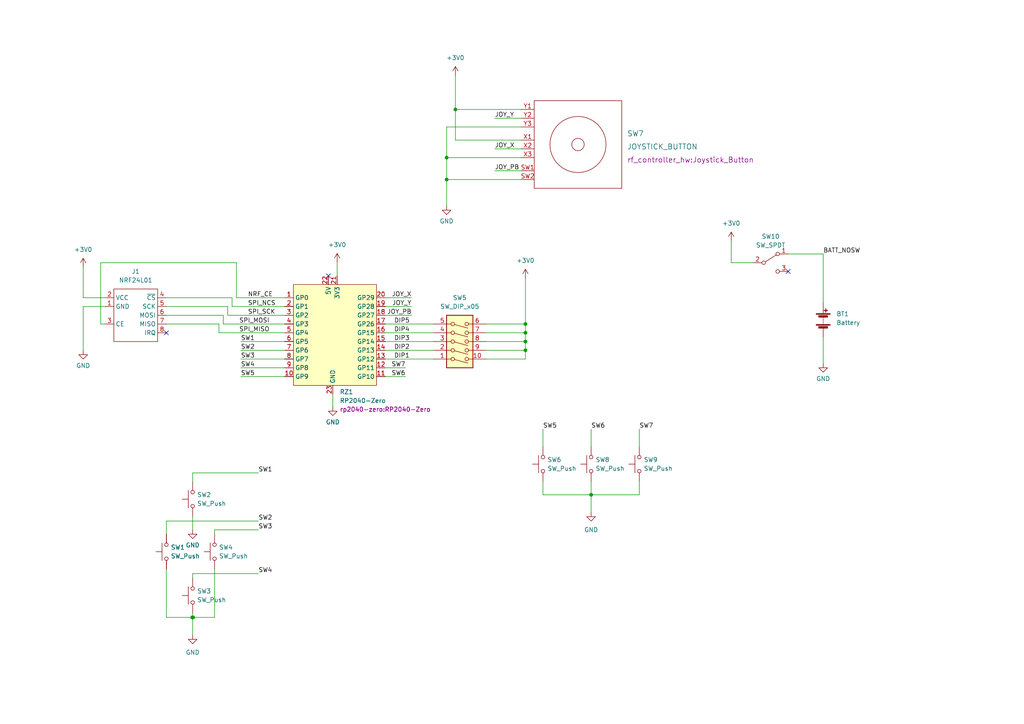
<source format=kicad_sch>
(kicad_sch (version 20211123) (generator eeschema)
  (paper "A4")
  (lib_symbols
    (symbol "Device:Battery" (pin_numbers hide) (pin_names (offset 0) hide)
      (property "Reference" "BT" (at 2.54 2.54 0))
      (property "Value" "Battery" (at 2.54 0 0))
      (symbol "Battery_0_1"
        (rectangle (start -2.032 -1.397) (end 2.032 -1.651) (fill (type outline)))
        (rectangle (start -2.032 1.778) (end 2.032 1.524) (fill (type outline)))
        (rectangle (start -1.3208 -1.9812) (end 1.27 -2.4892) (fill (type outline)))
        (rectangle (start -1.3208 1.1938) (end 1.27 0.6858) (fill (type outline)))
        (polyline (pts (xy 0 -1.524) (xy 0 -1.27)))
        (polyline (pts (xy 0 -1.016) (xy 0 -0.762)))
        (polyline (pts (xy 0 -0.508) (xy 0 -0.254)))
        (polyline (pts (xy 0 0) (xy 0 0.254)))
        (polyline (pts (xy 0 0.508) (xy 0 0.762)))
        (polyline (pts (xy 0 1.778) (xy 0 2.54)))
        (polyline (pts (xy 0.254 2.667) (xy 1.27 2.667)) (stroke (width 0.254)))
        (polyline (pts (xy 0.762 3.175) (xy 0.762 2.159)) (stroke (width 0.254)))
      )
      (symbol "Battery_1_1"
        (pin passive line (at 0 5.08 270) (length 2.54) (name "+") (number "1"))
        (pin passive line (at 0 -5.08 90) (length 2.54) (name "-") (number "2"))
      )
    )
    (symbol "Switch:SW_DIP_x05" (pin_names (offset 0) hide)
      (property "Reference" "SW" (at 0 8.89 0))
      (property "Value" "SW_DIP_x05" (at 0 -8.89 0))
      (symbol "SW_DIP_x05_0_0"
        (circle (center -2.032 -5.08) (radius 0.508))
        (circle (center -2.032 -2.54) (radius 0.508))
        (circle (center -2.032 0) (radius 0.508))
        (circle (center -2.032 2.54) (radius 0.508))
        (circle (center -2.032 5.08) (radius 0.508))
        (polyline (pts (xy -1.524 -4.9276) (xy 2.3622 -3.8862)))
        (polyline (pts (xy -1.524 -2.3876) (xy 2.3622 -1.3462)))
        (polyline (pts (xy -1.524 0.127) (xy 2.3622 1.1684)))
        (polyline (pts (xy -1.524 2.667) (xy 2.3622 3.7084)))
        (polyline (pts (xy -1.524 5.207) (xy 2.3622 6.2484)))
        (circle (center 2.032 -5.08) (radius 0.508))
        (circle (center 2.032 -2.54) (radius 0.508))
        (circle (center 2.032 0) (radius 0.508))
        (circle (center 2.032 2.54) (radius 0.508))
        (circle (center 2.032 5.08) (radius 0.508))
      )
      (symbol "SW_DIP_x05_0_1"
        (rectangle (start -3.81 7.62) (end 3.81 -7.62) (stroke (width 0.254)) (fill (type background)))
      )
      (symbol "SW_DIP_x05_1_1"
        (pin passive line (at -7.62 5.08 0) (length 5.08) (name "~") (number "1"))
        (pin passive line (at 7.62 5.08 180) (length 5.08) (name "~") (number "10"))
        (pin passive line (at -7.62 2.54 0) (length 5.08) (name "~") (number "2"))
        (pin passive line (at -7.62 0 0) (length 5.08) (name "~") (number "3"))
        (pin passive line (at -7.62 -2.54 0) (length 5.08) (name "~") (number "4"))
        (pin passive line (at -7.62 -5.08 0) (length 5.08) (name "~") (number "5"))
        (pin passive line (at 7.62 -5.08 180) (length 5.08) (name "~") (number "6"))
        (pin passive line (at 7.62 -2.54 180) (length 5.08) (name "~") (number "7"))
        (pin passive line (at 7.62 0 180) (length 5.08) (name "~") (number "8"))
        (pin passive line (at 7.62 2.54 180) (length 5.08) (name "~") (number "9"))
      )
    )
    (symbol "Switch:SW_Push" (pin_numbers hide) (pin_names (offset 1.016) hide)
      (property "Reference" "SW" (at 1.27 2.54 0))
      (property "Value" "SW_Push" (at 0 -1.524 0))
      (symbol "SW_Push_0_1"
        (circle (center -2.032 0) (radius 0.508))
        (polyline (pts (xy 0 1.27) (xy 0 3.048)))
        (polyline (pts (xy 2.54 1.27) (xy -2.54 1.27)))
        (circle (center 2.032 0) (radius 0.508))
        (pin passive line (at -5.08 0 0) (length 2.54) (name "1") (number "1"))
        (pin passive line (at 5.08 0 180) (length 2.54) (name "2") (number "2"))
      )
    )
    (symbol "Switch:SW_SPDT" (pin_names (offset 0) hide)
      (property "Reference" "SW" (at 0 4.318 0))
      (property "Value" "SW_SPDT" (at 0 -5.08 0))
      (symbol "SW_SPDT_0_0"
        (circle (center -2.032 0) (radius 0.508))
        (circle (center 2.032 -2.54) (radius 0.508))
      )
      (symbol "SW_SPDT_0_1"
        (polyline (pts (xy -1.524 0.254) (xy 1.651 2.286)))
        (circle (center 2.032 2.54) (radius 0.508))
      )
      (symbol "SW_SPDT_1_1"
        (pin passive line (at 5.08 2.54 180) (length 2.54) (name "A") (number "1"))
        (pin passive line (at -5.08 0 0) (length 2.54) (name "B") (number "2"))
        (pin passive line (at 5.08 -2.54 180) (length 2.54) (name "C") (number "3"))
      )
    )
    (symbol "power:+3V0" (power) (pin_names (offset 0))
      (property "Value" "+3V0" (at 0 3.556 0))
      (symbol "+3V0_0_1"
        (polyline (pts (xy -0.762 1.27) (xy 0 2.54)))
        (polyline (pts (xy 0 0) (xy 0 2.54)))
        (polyline (pts (xy 0 2.54) (xy 0.762 1.27)))
      )
      (symbol "+3V0_1_1"
        (pin power_in line (at 0 0 90) (length 0) hide (name "+3V0") (number "1"))
      )
    )
    (symbol "power:GND" (power) (pin_names (offset 0))
      (property "Value" "GND" (at 0 -3.81 0))
      (symbol "GND_0_1"
        (polyline (pts (xy 0 0) (xy 0 -1.27) (xy 1.27 -1.27) (xy 0 -2.54) (xy -1.27 -1.27) (xy 0 -1.27)))
      )
      (symbol "GND_1_1"
        (pin power_in line (at 0 0 270) (length 0) hide (name "GND") (number "1"))
      )
    )
    (symbol "rf_controller_hw:JOYSTICK_BUTTON" (pin_names (offset 1.016))
      (property "Reference" "U" (at -10.16 13.97 0))
      (property "Value" "JOYSTICK_BUTTON" (at 0 -11.43 0))
      (symbol "JOYSTICK_BUTTON_0_1"
        (rectangle (start -12.7 12.7) (end 12.7 -12.7))
        (circle (center 0 0) (radius 1.8034))
        (circle (center 0 0) (radius 8.128))
      )
      (symbol "JOYSTICK_BUTTON_1_1"
        (pin passive line (at -16.51 -7.62 0) (length 3.81) (name "~") (number "SW1"))
        (pin passive line (at -16.51 -10.16 0) (length 3.81) (name "~") (number "SW2"))
        (pin passive line (at -16.51 1.27 0) (length 3.81) (name "~") (number "X1"))
        (pin passive line (at -16.51 -1.27 0) (length 3.81) (name "~") (number "X2"))
        (pin passive line (at -16.51 -3.81 0) (length 3.81) (name "~") (number "X3"))
        (pin passive line (at -16.51 10.16 0) (length 3.81) (name "~") (number "Y1"))
        (pin passive line (at -16.51 7.62 0) (length 3.81) (name "~") (number "Y2"))
        (pin passive line (at -16.51 5.08 0) (length 3.81) (name "~") (number "Y3"))
      )
    )
    (symbol "rf_controller_hw:NRF24L01"
      (property "Reference" "J" (at 0 -7.62 0))
      (property "Value" "NRF24L01" (at 0 10.16 0))
      (symbol "NRF24L01_0_1"
        (rectangle (start -6.35 8.89) (end 6.35 -6.35))
      )
      (symbol "NRF24L01_1_1"
        (pin power_in line (at -8.89 3.81 0) (length 2.54) (name "GND") (number "1"))
        (pin power_in line (at -8.89 6.35 0) (length 2.54) (name "VCC") (number "2"))
        (pin input line (at -8.89 -1.27 0) (length 2.54) (name "CE") (number "3"))
        (pin input line (at 8.89 6.35 180) (length 2.54) (name "~{CS}") (number "4"))
        (pin input line (at 8.89 3.81 180) (length 2.54) (name "SCK") (number "5"))
        (pin input line (at 8.89 1.27 180) (length 2.54) (name "MOSI") (number "6"))
        (pin output line (at 8.89 -1.27 180) (length 2.54) (name "MISO") (number "7"))
        (pin output line (at 8.89 -3.81 180) (length 2.54) (name "IRQ") (number "8"))
      )
    )
    (symbol "rp2040-zero:RP2040-Zero"
      (property "Reference" "RZ" (at 0 0 0))
      (property "Value" "RP2040-Zero" (at 0 -2.54 0))
      (property "Footprint" "RP2040-Zero:RP2040-Zero" (at 0 0 0))
      (symbol "RP2040-Zero_0_1"
        (rectangle (start -11.43 -15.24) (end 12.7 13.97) (fill (type background)))
      )
      (symbol "RP2040-Zero_1_1"
        (pin bidirectional line (at -13.97 10.16 0) (length 2.54) (name "GP0") (number "1"))
        (pin bidirectional line (at -13.97 -12.7 0) (length 2.54) (name "GP9") (number "10"))
        (pin bidirectional line (at 15.24 -12.7 180) (length 2.54) (name "GP10") (number "11"))
        (pin bidirectional line (at 15.24 -10.16 180) (length 2.54) (name "GP11") (number "12"))
        (pin bidirectional line (at 15.24 -7.62 180) (length 2.54) (name "GP12") (number "13"))
        (pin bidirectional line (at 15.24 -5.08 180) (length 2.54) (name "GP13") (number "14"))
        (pin bidirectional line (at 15.24 -2.54 180) (length 2.54) (name "GP14") (number "15"))
        (pin bidirectional line (at 15.24 0 180) (length 2.54) (name "GP15") (number "16"))
        (pin bidirectional line (at 15.24 2.54 180) (length 2.54) (name "GP26") (number "17"))
        (pin bidirectional line (at 15.24 5.08 180) (length 2.54) (name "GP27") (number "18"))
        (pin bidirectional line (at 15.24 7.62 180) (length 2.54) (name "GP28") (number "19"))
        (pin bidirectional line (at -13.97 7.62 0) (length 2.54) (name "GP1") (number "2"))
        (pin bidirectional line (at 15.24 10.16 180) (length 2.54) (name "GP29") (number "20"))
        (pin power_in line (at 1.27 16.51 270) (length 2.54) (name "3V3") (number "21"))
        (pin power_in line (at -1.27 16.51 270) (length 2.54) (name "5V") (number "22"))
        (pin power_in line (at 0 -17.78 90) (length 2.54) (name "GND") (number "23"))
        (pin bidirectional line (at -13.97 5.08 0) (length 2.54) (name "GP2") (number "3"))
        (pin bidirectional line (at -13.97 2.54 0) (length 2.54) (name "GP3") (number "4"))
        (pin bidirectional line (at -13.97 0 0) (length 2.54) (name "GP4") (number "5"))
        (pin bidirectional line (at -13.97 -2.54 0) (length 2.54) (name "GP5") (number "6"))
        (pin bidirectional line (at -13.97 -5.08 0) (length 2.54) (name "GP6") (number "7"))
        (pin bidirectional line (at -13.97 -7.62 0) (length 2.54) (name "GP7") (number "8"))
        (pin bidirectional line (at -13.97 -10.16 0) (length 2.54) (name "GP8") (number "9"))
      )
    )
  )
  (junction (at 55.753 179.07))
  (junction (at 56.007 179.07))
  (junction (at 171.45 143.51))
  (junction (at 129.54 52.07))
  (junction (at 152.4 96.52))
  (junction (at 152.4 99.06))
  (junction (at 55.88 179.07))
  (junction (at 132.08 31.75))
  (junction (at 129.54 45.72))
  (junction (at 152.4 101.6))
  (junction (at 152.4 93.98))
  (no_connect (at 48.26 96.52))
  (no_connect (at 228.6 78.74))
  (no_connect (at 95.25 80.01))
  (wire (pts (xy 143.51 34.29) (xy 151.13 34.29)))
  (wire (pts (xy 171.45 143.51) (xy 185.42 143.51)))
  (wire (pts (xy 129.54 45.72) (xy 151.13 45.72)))
  (wire (pts (xy 129.54 52.07) (xy 151.13 52.07)))
  (wire (pts (xy 143.51 43.18) (xy 151.13 43.18)))
  (wire (pts (xy 152.4 93.98) (xy 152.4 96.52)))
  (wire (pts (xy 132.08 31.75) (xy 132.08 40.64)))
  (wire (pts (xy 64.77 91.44) (xy 64.77 93.98)))
  (wire (pts (xy 48.26 91.44) (xy 64.77 91.44)))
  (wire (pts (xy 55.88 179.07) (xy 55.88 184.15)))
  (wire (pts (xy 171.45 139.7) (xy 171.45 143.51)))
  (wire (pts (xy 55.88 139.7) (xy 55.88 137.16)))
  (wire (pts (xy 62.23 179.07) (xy 62.23 165.1)))
  (wire (pts (xy 111.76 99.06) (xy 125.73 99.06)))
  (wire (pts (xy 152.4 99.06) (xy 152.4 101.6)))
  (wire (pts (xy 69.85 109.22) (xy 82.55 109.22)))
  (wire (pts (xy 55.88 149.86) (xy 55.88 153.67)))
  (wire (pts (xy 66.04 91.44) (xy 66.04 88.9)))
  (wire (pts (xy 111.76 88.9) (xy 119.38 88.9)))
  (wire (pts (xy 151.13 40.64) (xy 132.08 40.64)))
  (wire (pts (xy 111.76 101.6) (xy 125.73 101.6)))
  (wire (pts (xy 228.6 73.66) (xy 238.76 73.66)))
  (wire (pts (xy 185.42 124.46) (xy 185.42 129.54)))
  (wire (pts (xy 140.97 101.6) (xy 152.4 101.6)))
  (wire (pts (xy 63.5 96.52) (xy 82.55 96.52)))
  (wire (pts (xy 55.88 177.8) (xy 55.88 179.07)))
  (wire (pts (xy 24.13 88.9) (xy 30.48 88.9)))
  (wire (pts (xy 64.77 93.98) (xy 82.55 93.98)))
  (wire (pts (xy 238.76 97.79) (xy 238.76 105.41)))
  (wire (pts (xy 69.85 106.68) (xy 82.55 106.68)))
  (wire (pts (xy 152.4 96.52) (xy 152.4 99.06)))
  (wire (pts (xy 55.88 179.07) (xy 55.753 179.07)))
  (wire (pts (xy 111.76 93.98) (xy 125.73 93.98)))
  (wire (pts (xy 24.13 77.47) (xy 24.13 86.36)))
  (wire (pts (xy 111.76 91.44) (xy 119.38 91.44)))
  (wire (pts (xy 67.31 86.36) (xy 67.31 88.9)))
  (wire (pts (xy 140.97 93.98) (xy 152.4 93.98)))
  (wire (pts (xy 185.42 143.51) (xy 185.42 139.7)))
  (wire (pts (xy 69.85 101.6) (xy 82.55 101.6)))
  (wire (pts (xy 96.52 114.3) (xy 96.52 117.983)))
  (wire (pts (xy 171.45 148.59) (xy 171.45 143.51)))
  (wire (pts (xy 48.26 179.07) (xy 48.26 165.1)))
  (wire (pts (xy 56.007 179.07) (xy 55.88 179.07)))
  (wire (pts (xy 212.09 69.85) (xy 212.09 76.2)))
  (wire (pts (xy 129.54 36.83) (xy 151.13 36.83)))
  (wire (pts (xy 111.76 86.36) (xy 119.38 86.36)))
  (wire (pts (xy 157.48 124.46) (xy 157.48 129.54)))
  (wire (pts (xy 129.54 45.72) (xy 129.54 36.83)))
  (wire (pts (xy 111.76 104.14) (xy 125.73 104.14)))
  (wire (pts (xy 129.54 45.72) (xy 129.54 52.07)))
  (wire (pts (xy 48.26 86.36) (xy 67.31 86.36)))
  (wire (pts (xy 55.753 179.07) (xy 48.26 179.07)))
  (wire (pts (xy 212.09 76.2) (xy 218.44 76.2)))
  (wire (pts (xy 48.26 151.13) (xy 74.93 151.13)))
  (wire (pts (xy 171.45 143.51) (xy 157.48 143.51)))
  (wire (pts (xy 68.58 76.2) (xy 68.58 86.36)))
  (wire (pts (xy 111.76 96.52) (xy 125.73 96.52)))
  (wire (pts (xy 55.88 166.37) (xy 74.93 166.37)))
  (wire (pts (xy 69.85 99.06) (xy 82.55 99.06)))
  (wire (pts (xy 111.76 109.22) (xy 117.602 109.22)))
  (wire (pts (xy 157.48 143.51) (xy 157.48 139.7)))
  (wire (pts (xy 143.51 49.53) (xy 151.13 49.53)))
  (wire (pts (xy 69.85 104.14) (xy 82.55 104.14)))
  (wire (pts (xy 140.97 99.06) (xy 152.4 99.06)))
  (wire (pts (xy 111.76 106.68) (xy 117.602 106.68)))
  (wire (pts (xy 30.48 93.98) (xy 29.21 93.98)))
  (wire (pts (xy 48.26 93.98) (xy 63.5 93.98)))
  (wire (pts (xy 24.13 86.36) (xy 30.48 86.36)))
  (wire (pts (xy 62.23 154.94) (xy 62.23 153.67)))
  (wire (pts (xy 152.4 101.6) (xy 152.4 104.14)))
  (wire (pts (xy 24.13 88.9) (xy 24.13 101.6)))
  (wire (pts (xy 152.4 80.645) (xy 152.4 93.98)))
  (wire (pts (xy 132.08 21.844) (xy 132.08 31.75)))
  (wire (pts (xy 48.26 88.9) (xy 66.04 88.9)))
  (wire (pts (xy 55.88 167.64) (xy 55.88 166.37)))
  (wire (pts (xy 238.76 73.66) (xy 238.76 87.63)))
  (wire (pts (xy 82.55 91.44) (xy 66.04 91.44)))
  (wire (pts (xy 29.21 76.2) (xy 29.21 93.98)))
  (wire (pts (xy 140.97 104.14) (xy 152.4 104.14)))
  (wire (pts (xy 129.54 52.07) (xy 129.54 59.69)))
  (wire (pts (xy 63.5 93.98) (xy 63.5 96.52)))
  (wire (pts (xy 48.26 154.94) (xy 48.26 151.13)))
  (wire (pts (xy 132.08 31.75) (xy 151.13 31.75)))
  (wire (pts (xy 140.97 96.52) (xy 152.4 96.52)))
  (wire (pts (xy 171.45 124.46) (xy 171.45 129.54)))
  (wire (pts (xy 97.79 76.073) (xy 97.79 80.01)))
  (wire (pts (xy 68.58 86.36) (xy 82.55 86.36)))
  (wire (pts (xy 29.21 76.2) (xy 68.58 76.2)))
  (wire (pts (xy 62.23 153.67) (xy 74.93 153.67)))
  (wire (pts (xy 67.31 88.9) (xy 82.55 88.9)))
  (wire (pts (xy 55.88 137.16) (xy 74.93 137.16)))
  (wire (pts (xy 56.007 179.07) (xy 62.23 179.07)))
  (label "JOY_Y" (at 143.51 34.29 0))
  (label "JOY_X" (at 143.51 43.18 0))
  (label "SW6" (at 117.602 109.22 180))
  (label "SPI_SCK" (at 71.882 91.44 0))
  (label "DIP1" (at 114.3 104.14 0))
  (label "BATT_NOSW" (at 238.76 73.66 0))
  (label "JOY_PB" (at 143.51 49.53 0))
  (label "SW7" (at 117.602 106.68 180))
  (label "JOY_Y" (at 119.38 88.9 180))
  (label "DIP2" (at 114.3 101.6 0))
  (label "SW3" (at 74.93 153.67 0))
  (label "SW5" (at 69.85 109.22 0))
  (label "DIP3" (at 114.3 99.06 0))
  (label "SW7" (at 185.42 124.46 0))
  (label "SW6" (at 171.45 124.46 0))
  (label "SW4" (at 74.93 166.37 0))
  (label "SW1" (at 74.93 137.16 0))
  (label "SW4" (at 69.85 106.68 0))
  (label "SPI_MOSI" (at 69.342 93.98 0))
  (label "NRF_CE" (at 71.882 86.36 0))
  (label "SW2" (at 74.93 151.13 0))
  (label "SW5" (at 157.48 124.46 0))
  (label "SW1" (at 69.85 99.06 0))
  (label "SPI_MISO" (at 69.342 96.52 0))
  (label "JOY_PB" (at 119.38 91.44 180))
  (label "DIP4" (at 114.3 96.52 0))
  (label "SW3" (at 69.85 104.14 0))
  (label "SPI_NCS" (at 71.882 88.9 0))
  (label "SW2" (at 69.85 101.6 0))
  (label "JOY_X" (at 119.38 86.36 180))
  (label "DIP5" (at 114.3 93.98 0))
  (symbol (lib_id "power:GND") (at 24.13 101.6 0) (unit 1)
    (property "Reference" "#PWR02" (effects hide))
    (property "Value" "GND" (at 24.13 106.045 0))
  )
  (symbol (lib_id "Switch:SW_Push") (at 157.48 134.62 90) (unit 1)
    (property "Reference" "SW6" (at 158.75 133.3499 90) (effects (justify right)))
    (property "Value" "SW_Push" (at 158.75 135.8899 90) (effects (justify right)))
    (property "Footprint" "Button_Switch_THT:SW_PUSH_6mm_H5mm" (effects hide))
  )
  (symbol (lib_id "Device:Battery") (at 238.76 92.71 0) (unit 1)
    (property "Reference" "BT1" (at 242.57 91.0589 0) (effects (justify left)))
    (property "Value" "Battery" (at 242.57 93.5989 0) (effects (justify left)))
    (property "Footprint" "rf_controller_hw:2AA_BATTERY" (effects hide))
  )
  (symbol (lib_id "Switch:SW_Push") (at 55.88 172.72 90) (unit 1)
    (property "Reference" "SW3" (at 57.15 171.4499 90) (effects (justify right)))
    (property "Value" "SW_Push" (at 57.15 173.9899 90) (effects (justify right)))
    (property "Footprint" "Button_Switch_THT:SW_PUSH_6mm_H5mm" (effects hide))
  )
  (symbol (lib_id "Switch:SW_Push") (at 62.23 160.02 90) (unit 1)
    (property "Reference" "SW4" (at 63.5 158.7499 90) (effects (justify right)))
    (property "Value" "SW_Push" (at 63.5 161.2899 90) (effects (justify right)))
    (property "Footprint" "Button_Switch_THT:SW_PUSH_6mm_H5mm" (effects hide))
  )
  (symbol (lib_id "power:GND") (at 96.52 117.983 0) (unit 1)
    (property "Reference" "#PWR05" (effects hide))
    (property "Value" "GND" (at 96.52 122.428 0))
  )
  (symbol (lib_id "power:+3V0") (at 132.08 21.844 0) (unit 1)
    (property "Reference" "#PWR08" (effects hide))
    (property "Value" "+3V0" (at 132.08 16.764 0))
  )
  (symbol (lib_id "power:GND") (at 129.54 59.69 0) (unit 1)
    (property "Reference" "#PWR07" (effects hide))
    (property "Value" "GND" (at 129.54 64.135 0))
  )
  (symbol (lib_id "rp2040-zero:RP2040-Zero") (at 96.52 96.52 0) (unit 1)
    (property "Reference" "RZ1" (at 98.5394 113.665 0) (effects (justify left)))
    (property "Value" "RP2040-Zero" (at 98.5394 116.205 0) (effects (justify left)))
    (property "Footprint" "rp2040-zero:RP2040-Zero" (at 98.5394 118.745 0) (effects (justify left)))
  )
  (symbol (lib_id "power:+3V0") (at 212.09 69.85 0) (unit 1)
    (property "Reference" "#PWR011" (effects hide))
    (property "Value" "+3V0" (at 212.09 64.77 0))
  )
  (symbol (lib_id "Switch:SW_SPDT") (at 223.52 76.2 0) (unit 1)
    (property "Reference" "SW10" (at 223.52 68.58 0))
    (property "Value" "SW_SPDT" (at 223.52 71.12 0))
    (property "Footprint" "Connector_PinHeader_2.54mm:PinHeader_1x03_P2.54mm_Vertical" (effects hide))
  )
  (symbol (lib_id "power:GND") (at 171.45 148.59 0) (unit 1)
    (property "Reference" "#PWR010" (effects hide))
    (property "Value" "GND" (at 171.45 153.67 0))
  )
  (symbol (lib_id "rf_controller_hw:JOYSTICK_BUTTON") (at 167.64 41.91 0) (unit 1)
    (property "Reference" "SW7" (at 181.864 38.735 0) (effects (font (size 1.524 1.524)) (justify left)))
    (property "Value" "JOYSTICK_BUTTON" (at 181.864 42.545 0) (effects (font (size 1.524 1.524)) (justify left)))
    (property "Footprint" "rf_controller_hw:Joystick_Button" (at 181.864 46.355 0) (effects (font (size 1.524 1.524)) (justify left)))
  )
  (symbol (lib_id "power:GND") (at 55.88 184.15 0) (unit 1)
    (property "Reference" "#PWR04" (effects hide))
    (property "Value" "GND" (at 55.88 189.23 0))
  )
  (symbol (lib_id "power:+3V0") (at 152.4 80.645 0) (unit 1)
    (property "Reference" "#PWR09" (effects hide))
    (property "Value" "+3V0" (at 152.4 75.565 0))
  )
  (symbol (lib_id "power:GND") (at 55.88 153.67 0) (unit 1)
    (property "Reference" "#PWR03" (effects hide))
    (property "Value" "GND" (at 55.88 158.115 0))
  )
  (symbol (lib_id "Switch:SW_DIP_x05") (at 133.35 99.06 0) (mirror x) (unit 1)
    (property "Reference" "SW5" (at 133.35 86.36 0))
    (property "Value" "SW_DIP_x05" (at 133.35 88.9 0))
    (property "Footprint" "Button_Switch_THT:SW_DIP_SPSTx05_Slide_9.78x14.88mm_W7.62mm_P2.54mm" (effects hide))
  )
  (symbol (lib_id "power:GND") (at 238.76 105.41 0) (unit 1)
    (property "Reference" "#PWR012" (effects hide))
    (property "Value" "GND" (at 238.76 109.855 0))
  )
  (symbol (lib_id "Switch:SW_Push") (at 185.42 134.62 90) (unit 1)
    (property "Reference" "SW9" (at 186.69 133.3499 90) (effects (justify right)))
    (property "Value" "SW_Push" (at 186.69 135.8899 90) (effects (justify right)))
    (property "Footprint" "Button_Switch_THT:SW_PUSH_6mm_H5mm" (effects hide))
  )
  (symbol (lib_id "Switch:SW_Push") (at 48.26 160.02 90) (unit 1)
    (property "Reference" "SW1" (at 49.53 158.7499 90) (effects (justify right)))
    (property "Value" "SW_Push" (at 49.53 161.2899 90) (effects (justify right)))
    (property "Footprint" "Button_Switch_THT:SW_PUSH_6mm_H5mm" (effects hide))
  )
  (symbol (lib_id "Switch:SW_Push") (at 171.45 134.62 90) (unit 1)
    (property "Reference" "SW8" (at 172.72 133.3499 90) (effects (justify right)))
    (property "Value" "SW_Push" (at 172.72 135.8899 90) (effects (justify right)))
    (property "Footprint" "Button_Switch_THT:SW_PUSH_6mm_H5mm" (effects hide))
  )
  (symbol (lib_id "power:+3V0") (at 24.13 77.47 0) (unit 1)
    (property "Reference" "#PWR01" (effects hide))
    (property "Value" "+3V0" (at 24.13 72.39 0))
  )
  (symbol (lib_id "Switch:SW_Push") (at 55.88 144.78 90) (unit 1)
    (property "Reference" "SW2" (at 57.15 143.5099 90) (effects (justify right)))
    (property "Value" "SW_Push" (at 57.15 146.0499 90) (effects (justify right)))
    (property "Footprint" "Button_Switch_THT:SW_PUSH_6mm_H5mm" (effects hide))
  )
  (symbol (lib_id "power:+3V0") (at 97.79 76.073 0) (unit 1)
    (property "Reference" "#PWR06" (effects hide))
    (property "Value" "+3V0" (at 97.79 70.993 0))
  )
  (symbol (lib_id "rf_controller_hw:NRF24L01") (at 39.37 92.71 0) (unit 1)
    (property "Reference" "J1" (at 39.37 78.74 0))
    (property "Value" "NRF24L01" (at 39.37 81.28 0))
    (property "Footprint" "rf_controller_hw:NRF24L01+" (effects hide))
  )
)
</source>
